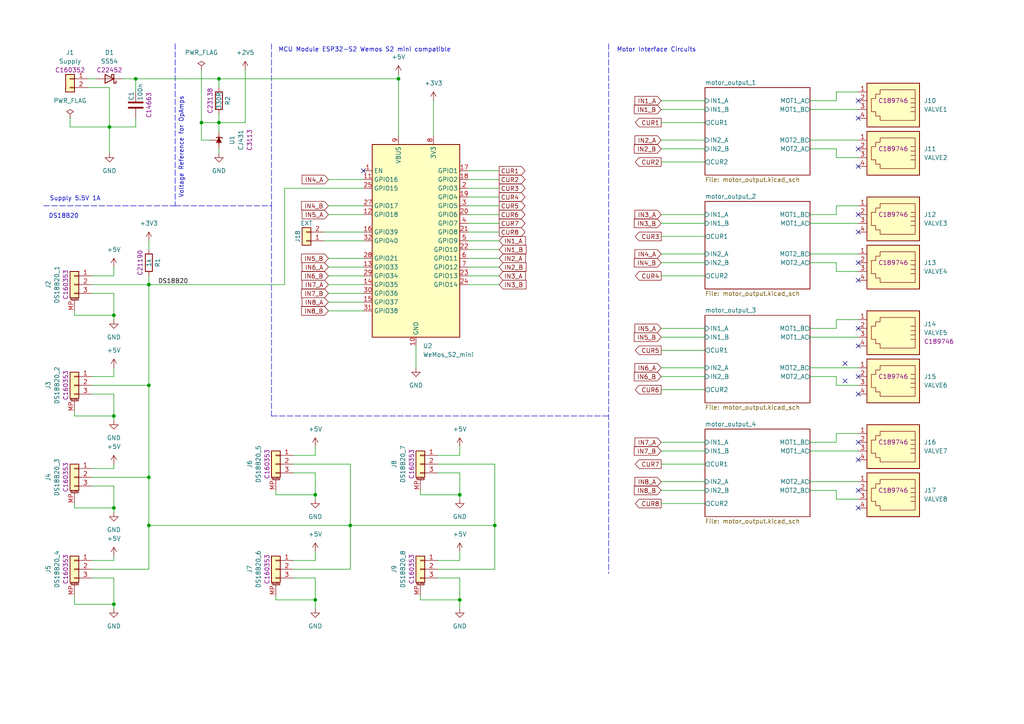
<source format=kicad_sch>
(kicad_sch (version 20211123) (generator eeschema)
  (paper "A4")
  (title_block (title "Floor Heating Controller S2") (date "2022-11-30") (rev "1"))
  (lib_symbols
    (symbol "Connector:4P4C" (pin_names (offset 1.016))
      (property "Reference" "J" (at -5.08 8.89 0))
      (property "Value" "4P4C" (at 2.54 8.89 0))
      (symbol "4P4C_0_1"
        (polyline (pts (xy -6.35 -0.635) (xy -5.08 -0.635) (xy -5.08 -0.635)))
        (polyline (pts (xy -6.35 0.635) (xy -5.08 0.635) (xy -5.08 0.635)))
        (polyline (pts (xy -6.35 1.905) (xy -5.08 1.905) (xy -5.08 1.905)))
        (polyline (pts (xy -6.35 3.175) (xy -5.08 3.175) (xy -5.08 3.175)))
        (polyline (pts (xy -6.35 -3.175) (xy -6.35 5.715) (xy -1.27 5.715) (xy 3.81 5.715) (xy 3.81 4.445) (xy 5.08 4.445) (xy 5.08 3.175) (xy 6.35 3.175) (xy 6.35 -0.635) (xy 5.08 -0.635) (xy 5.08 -1.905) (xy 3.81 -1.905) (xy 3.81 -3.175) (xy -6.35 -3.175) (xy -6.35 -3.175)))
        (rectangle (start 7.62 7.62) (end -7.62 -5.08) (stroke (width 0.254)) (fill (type background)))
      )
      (symbol "4P4C_1_1"
        (pin passive line (at 10.16 -2.54 180) (length 2.54) (name "~") (number "1"))
        (pin passive line (at 10.16 0 180) (length 2.54) (name "~") (number "2"))
        (pin passive line (at 10.16 2.54 180) (length 2.54) (name "~") (number "3"))
        (pin passive line (at 10.16 5.08 180) (length 2.54) (name "~") (number "4"))
      )
    )
    (symbol "Connector_Generic:Conn_01x02" (pin_names (offset 1.016) hide)
      (property "Reference" "J" (at 0 2.54 0))
      (property "Value" "Conn_01x02" (at 0 -5.08 0))
      (symbol "Conn_01x02_1_1"
        (rectangle (start -1.27 -2.413) (end 0 -2.667) (stroke (width 0.1524)))
        (rectangle (start -1.27 0.127) (end 0 -0.127) (stroke (width 0.1524)))
        (rectangle (start -1.27 1.27) (end 1.27 -3.81) (stroke (width 0.254)) (fill (type background)))
        (pin passive line (at -5.08 0 0) (length 3.81) (name "Pin_1") (number "1"))
        (pin passive line (at -5.08 -2.54 0) (length 3.81) (name "Pin_2") (number "2"))
      )
    )
    (symbol "Connector_Generic_MountingPin:Conn_01x03_MountingPin" (pin_names (offset 1.016) hide)
      (property "Reference" "J" (at 0 5.08 0))
      (property "Value" "Conn_01x03_MountingPin" (at 1.27 -5.08 0))
      (symbol "Conn_01x03_MountingPin_1_1"
        (rectangle (start -1.27 -2.413) (end 0 -2.667) (stroke (width 0.1524)))
        (rectangle (start -1.27 0.127) (end 0 -0.127) (stroke (width 0.1524)))
        (rectangle (start -1.27 2.667) (end 0 2.413) (stroke (width 0.1524)))
        (rectangle (start -1.27 3.81) (end 1.27 -3.81) (stroke (width 0.254)) (fill (type background)))
        (polyline (pts (xy -1.016 -4.572) (xy 1.016 -4.572)) (stroke (width 0.1524)))
        (text "Mounting" (at 0 -4.191 0) (effects (font (size 0.381 0.381))))
        (pin passive line (at -5.08 2.54 0) (length 3.81) (name "Pin_1") (number "1"))
        (pin passive line (at -5.08 0 0) (length 3.81) (name "Pin_2") (number "2"))
        (pin passive line (at -5.08 -2.54 0) (length 3.81) (name "Pin_3") (number "3"))
        (pin passive line (at 0 -7.62 90) (length 3.048) (name "MountPin") (number "MP"))
      )
    )
    (symbol "Device:C" (pin_numbers hide) (pin_names (offset 0.254))
      (property "Reference" "C" (at 0.635 2.54 0))
      (property "Value" "C" (at 0.635 -2.54 0))
      (symbol "C_0_1"
        (polyline (pts (xy -2.032 -0.762) (xy 2.032 -0.762)) (stroke (width 0.508)))
        (polyline (pts (xy -2.032 0.762) (xy 2.032 0.762)) (stroke (width 0.508)))
      )
      (symbol "C_1_1"
        (pin passive line (at 0 3.81 270) (length 2.794) (name "~") (number "1"))
        (pin passive line (at 0 -3.81 90) (length 2.794) (name "~") (number "2"))
      )
    )
    (symbol "Device:D_Schottky" (pin_numbers hide) (pin_names (offset 1.016) hide)
      (property "Reference" "D" (at 0 2.54 0))
      (property "Value" "D_Schottky" (at 0 -2.54 0))
      (symbol "D_Schottky_0_1"
        (polyline (pts (xy 1.27 0) (xy -1.27 0)))
        (polyline (pts (xy 1.27 1.27) (xy 1.27 -1.27) (xy -1.27 0) (xy 1.27 1.27)) (stroke (width 0.254)))
        (polyline (pts (xy -1.905 0.635) (xy -1.905 1.27) (xy -1.27 1.27) (xy -1.27 -1.27) (xy -0.635 -1.27) (xy -0.635 -0.635)) (stroke (width 0.254)))
      )
      (symbol "D_Schottky_1_1"
        (pin passive line (at -3.81 0 0) (length 2.54) (name "K") (number "1"))
        (pin passive line (at 3.81 0 180) (length 2.54) (name "A") (number "2"))
      )
    )
    (symbol "Device:R" (pin_numbers hide) (pin_names (offset 0))
      (property "Reference" "R" (at 2.032 0 90))
      (property "Value" "R" (at 0 0 90))
      (symbol "R_0_1"
        (rectangle (start -1.016 -2.54) (end 1.016 2.54) (stroke (width 0.254)))
      )
      (symbol "R_1_1"
        (pin passive line (at 0 3.81 270) (length 1.27) (name "~") (number "1"))
        (pin passive line (at 0 -3.81 90) (length 1.27) (name "~") (number "2"))
      )
    )
    (symbol "Reference_Voltage:TL431DBZ" (pin_numbers hide) (pin_names hide)
      (property "Reference" "U" (at -2.54 2.54 0))
      (property "Value" "TL431DBZ" (at 0 -2.54 0))
      (symbol "TL431DBZ_0_1"
        (polyline (pts (xy -1.27 0) (xy 0 0) (xy 1.27 0)))
        (polyline (pts (xy -0.762 0.762) (xy 0.762 0) (xy -0.762 -0.762)) (fill (type outline)))
        (polyline (pts (xy 0.508 -1.016) (xy 0.762 -0.762) (xy 0.762 0.762) (xy 0.762 0.762)) (stroke (width 0.254)))
      )
      (symbol "TL431DBZ_1_1"
        (pin passive line (at 2.54 0 180) (length 2.54) (name "K") (number "1"))
        (pin passive line (at 0 2.54 270) (length 2.54) (name "REF") (number "2"))
        (pin passive line (at -2.54 0 0) (length 2.54) (name "A") (number "3"))
      )
    )
    (symbol "WEMOS_S2_mini:WeMos_S2_mini"
      (property "Reference" "U" (at 2.54 -30.48 0))
      (property "Value" "WeMos_S2_mini" (at 2.54 -33.02 0))
      (symbol "WeMos_S2_mini_1_1"
        (rectangle (start -12.7 27.94) (end 12.7 -27.94) (stroke (width 0.254)) (fill (type background)))
        (pin input line (at -15.24 20.32 0) (length 2.54) (name "EN") (number "1"))
        (pin power_in line (at 0 -30.48 90) (length 2.54) (name "GND") (number "10"))
        (pin input line (at -15.24 17.78 0) (length 2.54) (name "XTAL_32K_N") (number "11") (alternate "GPIO16" bidirectional line))
        (pin output line (at -15.24 7.62 0) (length 2.54) (name "DAC_2") (number "12") (alternate "GPIO18" bidirectional line))
        (pin bidirectional line (at -15.24 -7.62 0) (length 2.54) (name "GPIO33") (number "13"))
        (pin bidirectional line (at -15.24 -12.7 0) (length 2.54) (name "GPIO35") (number "14"))
        (pin bidirectional line (at -15.24 -17.78 0) (length 2.54) (name "GPIO37") (number "15"))
        (pin output line (at -15.24 2.54 0) (length 2.54) (name "MTCK") (number "16") (alternate "GPIO39" bidirectional line))
        (pin bidirectional line (at 15.24 20.32 180) (length 2.54) (name "GPIO1") (number "17"))
        (pin bidirectional line (at 15.24 17.78 180) (length 2.54) (name "GPIO2") (number "18"))
        (pin bidirectional line (at 15.24 12.7 180) (length 2.54) (name "GPIO4") (number "19"))
        (pin bidirectional line (at 15.24 15.24 180) (length 2.54) (name "GPIO3") (number "2"))
        (pin bidirectional line (at 15.24 7.62 180) (length 2.54) (name "GPIO6") (number "20"))
        (pin bidirectional line (at 15.24 2.54 180) (length 2.54) (name "GPIO8") (number "21"))
        (pin bidirectional line (at 15.24 -2.54 180) (length 2.54) (name "GPIO10") (number "22"))
        (pin bidirectional line (at 15.24 -10.16 180) (length 2.54) (name "GPIO13") (number "23"))
        (pin bidirectional line (at 15.24 -12.7 180) (length 2.54) (name "GPIO14") (number "24"))
        (pin output line (at -15.24 15.24 0) (length 2.54) (name "XTAL_32K_P") (number "25") (alternate "GPIO15" bidirectional line))
        (pin passive line (at 0 -30.48 90) (length 2.54) hide (name "GND") (number "26"))
        (pin output line (at -15.24 10.16 0) (length 2.54) (name "DAC_1") (number "27") (alternate "GPIO17" bidirectional line))
        (pin bidirectional line (at -15.24 -5.08 0) (length 2.54) (name "GPIO21") (number "28"))
        (pin bidirectional line (at -15.24 -10.16 0) (length 2.54) (name "GPIO34") (number "29"))
        (pin bidirectional line (at 15.24 10.16 180) (length 2.54) (name "GPIO5") (number "3"))
        (pin bidirectional line (at -15.24 -15.24 0) (length 2.54) (name "GPIO36") (number "30"))
        (pin bidirectional line (at -15.24 -20.32 0) (length 2.54) (name "GPIO38") (number "31"))
        (pin output line (at -15.24 0 0) (length 2.54) (name "MTDO") (number "32") (alternate "GPIO40" bidirectional line))
        (pin bidirectional line (at 15.24 5.08 180) (length 2.54) (name "GPIO7") (number "4"))
        (pin bidirectional line (at 15.24 0 180) (length 2.54) (name "GPIO9") (number "5"))
        (pin bidirectional line (at 15.24 -5.08 180) (length 2.54) (name "GPIO11") (number "6"))
        (pin bidirectional line (at 15.24 -7.62 180) (length 2.54) (name "GPIO12") (number "7"))
        (pin power_out line (at 5.08 30.48 270) (length 2.54) (name "3V3") (number "8"))
        (pin power_out line (at -5.08 30.48 270) (length 2.54) (name "VBUS") (number "9"))
      )
    )
    (symbol "power:+2V5" (power) (pin_names (offset 0))
      (property "Value" "+2V5" (at 0 3.556 0))
      (symbol "+2V5_0_1"
        (polyline (pts (xy -0.762 1.27) (xy 0 2.54)))
        (polyline (pts (xy 0 0) (xy 0 2.54)))
        (polyline (pts (xy 0 2.54) (xy 0.762 1.27)))
      )
      (symbol "+2V5_1_1"
        (pin power_in line (at 0 0 90) (length 0) hide (name "+2V5") (number "1"))
      )
    )
    (symbol "power:+3V3" (power) (pin_names (offset 0))
      (property "Value" "+3V3" (at 0 3.556 0))
      (symbol "+3V3_0_1"
        (polyline (pts (xy -0.762 1.27) (xy 0 2.54)))
        (polyline (pts (xy 0 0) (xy 0 2.54)))
        (polyline (pts (xy 0 2.54) (xy 0.762 1.27)))
      )
      (symbol "+3V3_1_1"
        (pin power_in line (at 0 0 90) (length 0) hide (name "+3V3") (number "1"))
      )
    )
    (symbol "power:+5V" (power) (pin_names (offset 0))
      (property "Value" "+5V" (at 0 3.556 0))
      (symbol "+5V_0_1"
        (polyline (pts (xy -0.762 1.27) (xy 0 2.54)))
        (polyline (pts (xy 0 0) (xy 0 2.54)))
        (polyline (pts (xy 0 2.54) (xy 0.762 1.27)))
      )
      (symbol "+5V_1_1"
        (pin power_in line (at 0 0 90) (length 0) hide (name "+5V") (number "1"))
      )
    )
    (symbol "power:GND" (power) (pin_names (offset 0))
      (property "Value" "GND" (at 0 -3.81 0))
      (symbol "GND_0_1"
        (polyline (pts (xy 0 0) (xy 0 -1.27) (xy 1.27 -1.27) (xy 0 -2.54) (xy -1.27 -1.27) (xy 0 -1.27)))
      )
      (symbol "GND_1_1"
        (pin power_in line (at 0 0 270) (length 0) hide (name "GND") (number "1"))
      )
    )
    (symbol "power:PWR_FLAG" (power) (pin_numbers hide) (pin_names (offset 0) hide)
      (property "Value" "PWR_FLAG" (at 0 3.81 0))
      (symbol "PWR_FLAG_0_0"
        (pin power_out line (at 0 0 90) (length 0) (name "pwr") (number "1"))
      )
      (symbol "PWR_FLAG_0_1"
        (polyline (pts (xy 0 0) (xy 0 1.27) (xy -1.016 1.905) (xy 0 2.54) (xy 1.016 1.905) (xy 0 1.27)))
      )
    )
  )
  (junction (at 63.5 35.56))
  (junction (at 43.18 152.4))
  (junction (at 33.02 175.26))
  (junction (at 91.44 143.51))
  (junction (at 133.35 143.51))
  (junction (at 91.44 173.99))
  (junction (at 143.51 152.4))
  (junction (at 39.37 22.86))
  (junction (at 33.02 120.65))
  (junction (at 31.75 36.83))
  (junction (at 33.02 147.32))
  (junction (at 33.02 91.44))
  (junction (at 43.18 138.43))
  (junction (at 101.6 152.4))
  (junction (at 58.42 35.56))
  (junction (at 115.57 22.86))
  (junction (at 43.18 111.76))
  (junction (at 63.5 22.86))
  (junction (at 43.18 82.55))
  (junction (at 133.35 173.99))
  (no_connect (at 248.92 62.23))
  (no_connect (at 248.92 67.31))
  (no_connect (at 248.92 76.2))
  (no_connect (at 248.92 34.29))
  (no_connect (at 248.92 95.25))
  (no_connect (at 248.92 147.32))
  (no_connect (at 248.92 114.3))
  (no_connect (at 248.92 142.24))
  (no_connect (at 248.92 81.28))
  (no_connect (at 245.11 110.49))
  (no_connect (at 105.41 49.53))
  (no_connect (at 248.92 109.22))
  (no_connect (at 248.92 133.35))
  (no_connect (at 245.11 105.41))
  (no_connect (at 248.92 29.21))
  (no_connect (at 248.92 43.18))
  (no_connect (at 248.92 100.33))
  (no_connect (at 248.92 48.26))
  (no_connect (at 248.92 128.27))
  (wire (pts (xy 33.02 77.47) (xy 33.02 80.01)))
  (wire (pts (xy 191.77 73.66) (xy 204.47 73.66)))
  (wire (pts (xy 242.57 45.72) (xy 248.92 45.72)))
  (wire (pts (xy 133.35 137.16) (xy 133.35 143.51)))
  (wire (pts (xy 80.01 172.72) (xy 80.01 173.99)))
  (wire (pts (xy 242.57 29.21) (xy 242.57 26.67)))
  (wire (pts (xy 91.44 132.08) (xy 85.09 132.08)))
  (wire (pts (xy 95.25 59.69) (xy 105.41 59.69)))
  (wire (pts (xy 234.95 106.68) (xy 248.92 106.68)))
  (wire (pts (xy 127 167.64) (xy 133.35 167.64)))
  (wire (pts (xy 234.95 97.79) (xy 248.92 97.79)))
  (wire (pts (xy 234.95 142.24) (xy 242.57 142.24)))
  (wire (pts (xy 143.51 152.4) (xy 143.51 165.1)))
  (wire (pts (xy 95.25 90.17) (xy 105.41 90.17)))
  (wire (pts (xy 234.95 139.7) (xy 248.92 139.7)))
  (polyline (pts (xy 50.8 59.69) (xy 78.74 59.69)))
  (wire (pts (xy 242.57 111.76) (xy 248.92 111.76)))
  (wire (pts (xy 135.89 69.85) (xy 144.78 69.85)))
  (wire (pts (xy 33.02 162.56) (xy 26.67 162.56)))
  (wire (pts (xy 33.02 167.64) (xy 33.02 175.26)))
  (wire (pts (xy 191.77 97.79) (xy 204.47 97.79)))
  (wire (pts (xy 80.01 143.51) (xy 91.44 143.51)))
  (wire (pts (xy 85.09 167.64) (xy 91.44 167.64)))
  (wire (pts (xy 101.6 152.4) (xy 143.51 152.4)))
  (wire (pts (xy 21.59 146.05) (xy 21.59 147.32)))
  (wire (pts (xy 63.5 33.02) (xy 63.5 35.56)))
  (wire (pts (xy 234.95 43.18) (xy 242.57 43.18)))
  (wire (pts (xy 31.75 36.83) (xy 39.37 36.83)))
  (wire (pts (xy 33.02 140.97) (xy 33.02 147.32)))
  (wire (pts (xy 21.59 120.65) (xy 33.02 120.65)))
  (wire (pts (xy 234.95 130.81) (xy 248.92 130.81)))
  (wire (pts (xy 135.89 54.61) (xy 144.78 54.61)))
  (wire (pts (xy 191.77 76.2) (xy 204.47 76.2)))
  (wire (pts (xy 33.02 109.22) (xy 26.67 109.22)))
  (wire (pts (xy 121.92 173.99) (xy 133.35 173.99)))
  (wire (pts (xy 101.6 134.62) (xy 101.6 152.4)))
  (wire (pts (xy 21.59 175.26) (xy 33.02 175.26)))
  (wire (pts (xy 191.77 113.03) (xy 204.47 113.03)))
  (wire (pts (xy 91.44 167.64) (xy 91.44 173.99)))
  (wire (pts (xy 80.01 142.24) (xy 80.01 143.51)))
  (wire (pts (xy 242.57 125.73) (xy 248.92 125.73)))
  (wire (pts (xy 191.77 130.81) (xy 204.47 130.81)))
  (wire (pts (xy 191.77 142.24) (xy 204.47 142.24)))
  (wire (pts (xy 82.55 82.55) (xy 82.55 54.61)))
  (wire (pts (xy 26.67 140.97) (xy 33.02 140.97)))
  (wire (pts (xy 31.75 36.83) (xy 31.75 44.45)))
  (wire (pts (xy 43.18 138.43) (xy 43.18 152.4)))
  (wire (pts (xy 234.95 128.27) (xy 242.57 128.27)))
  (wire (pts (xy 127 137.16) (xy 133.35 137.16)))
  (wire (pts (xy 242.57 144.78) (xy 248.92 144.78)))
  (polyline (pts (xy 78.74 59.69) (xy 78.74 120.65)))
  (wire (pts (xy 31.75 25.4) (xy 31.75 36.83)))
  (wire (pts (xy 25.4 22.86) (xy 27.94 22.86)))
  (wire (pts (xy 43.18 80.01) (xy 43.18 82.55)))
  (wire (pts (xy 191.77 31.75) (xy 204.47 31.75)))
  (wire (pts (xy 242.57 142.24) (xy 242.57 144.78)))
  (wire (pts (xy 33.02 85.09) (xy 33.02 91.44)))
  (wire (pts (xy 191.77 80.01) (xy 204.47 80.01)))
  (wire (pts (xy 191.77 46.99) (xy 204.47 46.99)))
  (wire (pts (xy 33.02 134.62) (xy 33.02 135.89)))
  (wire (pts (xy 191.77 68.58) (xy 204.47 68.58)))
  (wire (pts (xy 191.77 35.56) (xy 204.47 35.56)))
  (wire (pts (xy 95.25 80.01) (xy 105.41 80.01)))
  (wire (pts (xy 26.67 165.1) (xy 43.18 165.1)))
  (wire (pts (xy 95.25 52.07) (xy 105.41 52.07)))
  (wire (pts (xy 234.95 40.64) (xy 248.92 40.64)))
  (wire (pts (xy 95.25 87.63) (xy 105.41 87.63)))
  (wire (pts (xy 191.77 128.27) (xy 204.47 128.27)))
  (wire (pts (xy 39.37 36.83) (xy 39.37 34.29)))
  (wire (pts (xy 135.89 67.31) (xy 144.78 67.31)))
  (wire (pts (xy 143.51 134.62) (xy 143.51 152.4)))
  (wire (pts (xy 234.95 95.25) (xy 242.57 95.25)))
  (polyline (pts (xy 50.8 12.7) (xy 50.8 59.69)))
  (wire (pts (xy 85.09 134.62) (xy 101.6 134.62)))
  (wire (pts (xy 135.89 64.77) (xy 144.78 64.77)))
  (wire (pts (xy 33.02 91.44) (xy 33.02 92.71)))
  (wire (pts (xy 242.57 95.25) (xy 242.57 92.71)))
  (polyline (pts (xy 12.7 59.69) (xy 50.8 59.69)))
  (wire (pts (xy 35.56 22.86) (xy 39.37 22.86)))
  (wire (pts (xy 91.44 173.99) (xy 91.44 176.53)))
  (wire (pts (xy 242.57 26.67) (xy 248.92 26.67)))
  (wire (pts (xy 82.55 54.61) (xy 105.41 54.61)))
  (wire (pts (xy 26.67 111.76) (xy 43.18 111.76)))
  (wire (pts (xy 191.77 43.18) (xy 204.47 43.18)))
  (wire (pts (xy 21.59 172.72) (xy 21.59 175.26)))
  (wire (pts (xy 21.59 147.32) (xy 33.02 147.32)))
  (wire (pts (xy 33.02 106.68) (xy 33.02 109.22)))
  (wire (pts (xy 26.67 114.3) (xy 33.02 114.3)))
  (wire (pts (xy 33.02 175.26) (xy 33.02 176.53)))
  (wire (pts (xy 33.02 135.89) (xy 26.67 135.89)))
  (wire (pts (xy 191.77 62.23) (xy 204.47 62.23)))
  (wire (pts (xy 135.89 72.39) (xy 144.78 72.39)))
  (wire (pts (xy 133.35 167.64) (xy 133.35 173.99)))
  (wire (pts (xy 121.92 172.72) (xy 121.92 173.99)))
  (wire (pts (xy 39.37 22.86) (xy 39.37 26.67)))
  (wire (pts (xy 85.09 165.1) (xy 101.6 165.1)))
  (wire (pts (xy 191.77 101.6) (xy 204.47 101.6)))
  (wire (pts (xy 242.57 59.69) (xy 248.92 59.69)))
  (wire (pts (xy 121.92 142.24) (xy 121.92 143.51)))
  (wire (pts (xy 133.35 143.51) (xy 133.35 144.78)))
  (wire (pts (xy 191.77 134.62) (xy 204.47 134.62)))
  (wire (pts (xy 191.77 40.64) (xy 204.47 40.64)))
  (wire (pts (xy 95.25 62.23) (xy 105.41 62.23)))
  (wire (pts (xy 63.5 22.86) (xy 115.57 22.86)))
  (wire (pts (xy 25.4 25.4) (xy 31.75 25.4)))
  (wire (pts (xy 234.95 76.2) (xy 242.57 76.2)))
  (wire (pts (xy 135.89 82.55) (xy 144.78 82.55)))
  (wire (pts (xy 33.02 121.92) (xy 33.02 120.65)))
  (wire (pts (xy 133.35 160.02) (xy 133.35 162.56)))
  (wire (pts (xy 93.98 67.31) (xy 105.41 67.31)))
  (polyline (pts (xy 78.74 120.65) (xy 176.53 120.65)))
  (wire (pts (xy 127 165.1) (xy 143.51 165.1)))
  (wire (pts (xy 242.57 78.74) (xy 248.92 78.74)))
  (wire (pts (xy 63.5 35.56) (xy 71.12 35.56)))
  (wire (pts (xy 58.42 20.32) (xy 58.42 35.56)))
  (wire (pts (xy 191.77 109.22) (xy 204.47 109.22)))
  (wire (pts (xy 120.65 100.33) (xy 120.65 106.68)))
  (wire (pts (xy 63.5 43.18) (xy 63.5 44.45)))
  (polyline (pts (xy 176.53 12.7) (xy 176.53 166.37)))
  (wire (pts (xy 21.59 119.38) (xy 21.59 120.65)))
  (wire (pts (xy 31.75 36.83) (xy 20.32 36.83)))
  (wire (pts (xy 121.92 143.51) (xy 133.35 143.51)))
  (wire (pts (xy 21.59 90.17) (xy 21.59 91.44)))
  (wire (pts (xy 33.02 147.32) (xy 33.02 148.59)))
  (wire (pts (xy 191.77 29.21) (xy 204.47 29.21)))
  (wire (pts (xy 91.44 137.16) (xy 91.44 143.51)))
  (wire (pts (xy 242.57 76.2) (xy 242.57 78.74)))
  (wire (pts (xy 127 134.62) (xy 143.51 134.62)))
  (wire (pts (xy 234.95 62.23) (xy 242.57 62.23)))
  (wire (pts (xy 115.57 21.59) (xy 115.57 22.86)))
  (wire (pts (xy 125.73 29.21) (xy 125.73 39.37)))
  (wire (pts (xy 58.42 35.56) (xy 63.5 35.56)))
  (wire (pts (xy 43.18 111.76) (xy 43.18 138.43)))
  (wire (pts (xy 43.18 82.55) (xy 43.18 111.76)))
  (wire (pts (xy 135.89 52.07) (xy 144.78 52.07)))
  (wire (pts (xy 242.57 43.18) (xy 242.57 45.72)))
  (wire (pts (xy 33.02 80.01) (xy 26.67 80.01)))
  (wire (pts (xy 39.37 22.86) (xy 63.5 22.86)))
  (wire (pts (xy 191.77 146.05) (xy 204.47 146.05)))
  (wire (pts (xy 43.18 82.55) (xy 82.55 82.55)))
  (wire (pts (xy 63.5 22.86) (xy 63.5 25.4)))
  (wire (pts (xy 133.35 132.08) (xy 127 132.08)))
  (wire (pts (xy 43.18 152.4) (xy 43.18 165.1)))
  (wire (pts (xy 43.18 152.4) (xy 101.6 152.4)))
  (wire (pts (xy 115.57 22.86) (xy 115.57 39.37)))
  (polyline (pts (xy 78.74 12.7) (xy 78.74 59.69)))
  (wire (pts (xy 60.96 40.64) (xy 58.42 40.64)))
  (wire (pts (xy 85.09 137.16) (xy 91.44 137.16)))
  (wire (pts (xy 234.95 64.77) (xy 248.92 64.77)))
  (wire (pts (xy 95.25 74.93) (xy 105.41 74.93)))
  (wire (pts (xy 191.77 106.68) (xy 204.47 106.68)))
  (wire (pts (xy 242.57 62.23) (xy 242.57 59.69)))
  (wire (pts (xy 191.77 64.77) (xy 204.47 64.77)))
  (wire (pts (xy 191.77 95.25) (xy 204.47 95.25)))
  (wire (pts (xy 26.67 138.43) (xy 43.18 138.43)))
  (wire (pts (xy 135.89 74.93) (xy 144.78 74.93)))
  (wire (pts (xy 135.89 59.69) (xy 144.78 59.69)))
  (wire (pts (xy 234.95 31.75) (xy 248.92 31.75)))
  (wire (pts (xy 43.18 69.85) (xy 43.18 72.39)))
  (wire (pts (xy 26.67 82.55) (xy 43.18 82.55)))
  (wire (pts (xy 191.77 139.7) (xy 204.47 139.7)))
  (wire (pts (xy 242.57 92.71) (xy 248.92 92.71)))
  (wire (pts (xy 95.25 85.09) (xy 105.41 85.09)))
  (wire (pts (xy 133.35 173.99) (xy 133.35 176.53)))
  (wire (pts (xy 20.32 36.83) (xy 20.32 34.29)))
  (wire (pts (xy 242.57 128.27) (xy 242.57 125.73)))
  (wire (pts (xy 242.57 109.22) (xy 242.57 111.76)))
  (wire (pts (xy 91.44 162.56) (xy 85.09 162.56)))
  (wire (pts (xy 135.89 77.47) (xy 144.78 77.47)))
  (wire (pts (xy 101.6 152.4) (xy 101.6 165.1)))
  (wire (pts (xy 135.89 49.53) (xy 144.78 49.53)))
  (wire (pts (xy 21.59 91.44) (xy 33.02 91.44)))
  (wire (pts (xy 26.67 85.09) (xy 33.02 85.09)))
  (wire (pts (xy 63.5 35.56) (xy 63.5 38.1)))
  (wire (pts (xy 133.35 129.54) (xy 133.35 132.08)))
  (wire (pts (xy 58.42 40.64) (xy 58.42 35.56)))
  (wire (pts (xy 234.95 29.21) (xy 242.57 29.21)))
  (wire (pts (xy 95.25 77.47) (xy 105.41 77.47)))
  (wire (pts (xy 33.02 161.29) (xy 33.02 162.56)))
  (wire (pts (xy 71.12 35.56) (xy 71.12 20.32)))
  (wire (pts (xy 93.98 69.85) (xy 105.41 69.85)))
  (wire (pts (xy 133.35 162.56) (xy 127 162.56)))
  (wire (pts (xy 135.89 57.15) (xy 144.78 57.15)))
  (wire (pts (xy 33.02 114.3) (xy 33.02 120.65)))
  (wire (pts (xy 135.89 80.01) (xy 144.78 80.01)))
  (wire (pts (xy 234.95 73.66) (xy 248.92 73.66)))
  (wire (pts (xy 91.44 129.54) (xy 91.44 132.08)))
  (wire (pts (xy 80.01 173.99) (xy 91.44 173.99)))
  (wire (pts (xy 234.95 109.22) (xy 242.57 109.22)))
  (wire (pts (xy 91.44 160.02) (xy 91.44 162.56)))
  (wire (pts (xy 95.25 82.55) (xy 105.41 82.55)))
  (wire (pts (xy 135.89 62.23) (xy 144.78 62.23)))
  (wire (pts (xy 26.67 167.64) (xy 33.02 167.64)))
  (wire (pts (xy 91.44 143.51) (xy 91.44 144.78)))
  (text "MCU Module ESP32-S2 Wemos S2 mini compatible" (at 130.81 15.24 180) (effects (font (size 1.27 1.27)) (justify right bottom)))
  (text "Voltage Reference for OpAmps" (at 53.34 27.94 270) (effects (font (size 1.27 1.27)) (justify right bottom)))
  (text "DS18B20" (at 22.86 63.5 180) (effects (font (size 1.27 1.27)) (justify right bottom)))
  (text "Motor Interface Circuits" (at 201.93 15.24 180) (effects (font (size 1.27 1.27)) (justify right bottom)))
  (text "Supply 5.5V 1A" (at 29.21 58.42 180) (effects (font (size 1.27 1.27)) (justify right bottom)))
  (label "DS18B20" (at 54.61 82.55 180))
  (global_label "IN2_A" (shape input) (at 191.77 40.64 180) (property "Intersheet References" "${INTERSHEET_REFS}" (effects hide)))
  (global_label "IN1_B" (shape input) (at 144.78 72.39 0) (property "Intersheet References" "${INTERSHEET_REFS}" (effects hide)))
  (global_label "CUR8" (shape output) (at 144.78 67.31 0) (property "Intersheet References" "${INTERSHEET_REFS}" (effects hide)))
  (global_label "IN8_A" (shape input) (at 95.25 87.63 180) (property "Intersheet References" "${INTERSHEET_REFS}" (effects hide)))
  (global_label "IN1_B" (shape input) (at 191.77 31.75 180) (property "Intersheet References" "${INTERSHEET_REFS}" (effects hide)))
  (global_label "IN6_B" (shape input) (at 191.77 109.22 180) (property "Intersheet References" "${INTERSHEET_REFS}" (effects hide)))
  (global_label "CUR6" (shape output) (at 191.77 113.03 180) (property "Intersheet References" "${INTERSHEET_REFS}" (effects hide)))
  (global_label "IN3_B" (shape input) (at 144.78 82.55 0) (property "Intersheet References" "${INTERSHEET_REFS}" (effects hide)))
  (global_label "IN3_A" (shape input) (at 144.78 80.01 0) (property "Intersheet References" "${INTERSHEET_REFS}" (effects hide)))
  (global_label "IN8_A" (shape input) (at 191.77 139.7 180) (property "Intersheet References" "${INTERSHEET_REFS}" (effects hide)))
  (global_label "CUR1" (shape output) (at 144.78 49.53 0) (property "Intersheet References" "${INTERSHEET_REFS}" (effects hide)))
  (global_label "IN6_A" (shape input) (at 191.77 106.68 180) (property "Intersheet References" "${INTERSHEET_REFS}" (effects hide)))
  (global_label "IN4_B" (shape input) (at 191.77 76.2 180) (property "Intersheet References" "${INTERSHEET_REFS}" (effects hide)))
  (global_label "IN1_A" (shape input) (at 144.78 69.85 0) (property "Intersheet References" "${INTERSHEET_REFS}" (effects hide)))
  (global_label "IN5_A" (shape input) (at 95.25 62.23 180) (property "Intersheet References" "${INTERSHEET_REFS}" (effects hide)))
  (global_label "IN7_B" (shape input) (at 95.25 85.09 180) (property "Intersheet References" "${INTERSHEET_REFS}" (effects hide)))
  (global_label "IN7_A" (shape input) (at 191.77 128.27 180) (property "Intersheet References" "${INTERSHEET_REFS}" (effects hide)))
  (global_label "IN5_A" (shape input) (at 191.77 95.25 180) (property "Intersheet References" "${INTERSHEET_REFS}" (effects hide)))
  (global_label "IN3_A" (shape input) (at 191.77 62.23 180) (property "Intersheet References" "${INTERSHEET_REFS}" (effects hide)))
  (global_label "IN2_B" (shape input) (at 144.78 77.47 0) (property "Intersheet References" "${INTERSHEET_REFS}" (effects hide)))
  (global_label "IN5_B" (shape input) (at 95.25 74.93 180) (property "Intersheet References" "${INTERSHEET_REFS}" (effects hide)))
  (global_label "IN8_B" (shape input) (at 191.77 142.24 180) (property "Intersheet References" "${INTERSHEET_REFS}" (effects hide)))
  (global_label "IN6_A" (shape input) (at 95.25 77.47 180) (property "Intersheet References" "${INTERSHEET_REFS}" (effects hide)))
  (global_label "CUR8" (shape output) (at 191.77 146.05 180) (property "Intersheet References" "${INTERSHEET_REFS}" (effects hide)))
  (global_label "CUR7" (shape output) (at 191.77 134.62 180) (property "Intersheet References" "${INTERSHEET_REFS}" (effects hide)))
  (global_label "IN2_A" (shape input) (at 144.78 74.93 0) (property "Intersheet References" "${INTERSHEET_REFS}" (effects hide)))
  (global_label "IN5_B" (shape input) (at 191.77 97.79 180) (property "Intersheet References" "${INTERSHEET_REFS}" (effects hide)))
  (global_label "IN4_B" (shape input) (at 95.25 59.69 180) (property "Intersheet References" "${INTERSHEET_REFS}" (effects hide)))
  (global_label "IN2_B" (shape input) (at 191.77 43.18 180) (property "Intersheet References" "${INTERSHEET_REFS}" (effects hide)))
  (global_label "CUR6" (shape output) (at 144.78 62.23 0) (property "Intersheet References" "${INTERSHEET_REFS}" (effects hide)))
  (global_label "CUR3" (shape output) (at 191.77 68.58 180) (property "Intersheet References" "${INTERSHEET_REFS}" (effects hide)))
  (global_label "CUR2" (shape output) (at 144.78 52.07 0) (property "Intersheet References" "${INTERSHEET_REFS}" (effects hide)))
  (global_label "CUR5" (shape output) (at 144.78 59.69 0) (property "Intersheet References" "${INTERSHEET_REFS}" (effects hide)))
  (global_label "IN7_B" (shape input) (at 191.77 130.81 180) (property "Intersheet References" "${INTERSHEET_REFS}" (effects hide)))
  (global_label "IN3_B" (shape input) (at 191.77 64.77 180) (property "Intersheet References" "${INTERSHEET_REFS}" (effects hide)))
  (global_label "CUR1" (shape output) (at 191.77 35.56 180) (property "Intersheet References" "${INTERSHEET_REFS}" (effects hide)))
  (global_label "CUR7" (shape output) (at 144.78 64.77 0) (property "Intersheet References" "${INTERSHEET_REFS}" (effects hide)))
  (global_label "IN6_B" (shape input) (at 95.25 80.01 180) (property "Intersheet References" "${INTERSHEET_REFS}" (effects hide)))
  (global_label "IN1_A" (shape input) (at 191.77 29.21 180) (property "Intersheet References" "${INTERSHEET_REFS}" (effects hide)))
  (global_label "CUR5" (shape output) (at 191.77 101.6 180) (property "Intersheet References" "${INTERSHEET_REFS}" (effects hide)))
  (global_label "IN4_A" (shape input) (at 95.25 52.07 180) (property "Intersheet References" "${INTERSHEET_REFS}" (effects hide)))
  (global_label "CUR4" (shape output) (at 144.78 57.15 0) (property "Intersheet References" "${INTERSHEET_REFS}" (effects hide)))
  (global_label "CUR2" (shape output) (at 191.77 46.99 180) (property "Intersheet References" "${INTERSHEET_REFS}" (effects hide)))
  (global_label "IN8_B" (shape input) (at 95.25 90.17 180) (property "Intersheet References" "${INTERSHEET_REFS}" (effects hide)))
  (global_label "IN7_A" (shape input) (at 95.25 82.55 180) (property "Intersheet References" "${INTERSHEET_REFS}" (effects hide)))
  (global_label "CUR3" (shape output) (at 144.78 54.61 0) (property "Intersheet References" "${INTERSHEET_REFS}" (effects hide)))
  (global_label "CUR4" (shape output) (at 191.77 80.01 180) (property "Intersheet References" "${INTERSHEET_REFS}" (effects hide)))
  (global_label "IN4_A" (shape input) (at 191.77 73.66 180) (property "Intersheet References" "${INTERSHEET_REFS}" (effects hide)))
  (symbol (lib_id "power:PWR_FLAG") (at 20.32 34.29 0) (unit 1)
    (property "Reference" "#FLG0103" (effects hide))
    (property "Value" "PWR_FLAG" (at 20.32 29.21 0))
  )
  (symbol (lib_id "power:+5V") (at 133.35 129.54 0) (unit 1)
    (property "Reference" "#PWR020" (effects hide))
    (property "Value" "+5V" (at 133.35 124.46 0))
  )
  (symbol (lib_id "Connector:4P4C") (at 259.08 142.24 180) (unit 1)
    (property "Reference" "J17" (at 267.97 142.2399 0) (effects (justify right)))
    (property "Value" "VALVE8" (at 267.97 144.7799 0) (effects (justify right)))
    (property "Footprint" "Connector_RJ:RJ14_Connfly_DS1133-S4_Horizontal" (effects hide))
    (property "JLCPCB" "C189746" (at 259.08 142.24 0))
  )
  (symbol (lib_id "Connector_Generic_MountingPin:Conn_01x03_MountingPin") (at 21.59 138.43 0) (mirror y) (unit 1)
    (property "Reference" "J4" (at 13.97 138.43 90))
    (property "Value" "DS18B20_3" (at 16.51 138.43 90))
    (property "Footprint" "Connector_JST:JST_PH_B3B-PH-SM4-TB_1x03-1MP_P2.00mm_Vertical" (effects hide))
    (property "JLCPCB" "C160353" (at 19.05 138.43 90))
  )
  (symbol (lib_id "Connector_Generic_MountingPin:Conn_01x03_MountingPin") (at 121.92 134.62 0) (mirror y) (unit 1)
    (property "Reference" "J8" (at 114.3 134.62 90))
    (property "Value" "DS18B20_7" (at 116.84 134.62 90))
    (property "Footprint" "Connector_JST:JST_PH_B3B-PH-SM4-TB_1x03-1MP_P2.00mm_Vertical" (effects hide))
    (property "JLCPCB" "C160353" (at 119.38 134.62 90))
  )
  (symbol (lib_id "power:GND") (at 33.02 92.71 0) (unit 1)
    (property "Reference" "#PWR03" (effects hide))
    (property "Value" "GND" (at 33.02 97.79 0))
  )
  (symbol (lib_id "power:+5V") (at 33.02 161.29 0) (unit 1)
    (property "Reference" "#PWR08" (effects hide))
    (property "Value" "+5V" (at 33.02 156.21 0))
  )
  (symbol (lib_id "Connector:4P4C") (at 259.08 62.23 180) (unit 1)
    (property "Reference" "J12" (at 267.97 62.2299 0) (effects (justify right)))
    (property "Value" "VALVE3" (at 267.97 64.7699 0) (effects (justify right)))
    (property "Footprint" "Connector_RJ:RJ14_Connfly_DS1133-S4_Horizontal" (effects hide))
    (property "JLCPCB" "C189746" (at 259.08 62.23 0))
  )
  (symbol (lib_id "power:GND") (at 133.35 144.78 0) (unit 1)
    (property "Reference" "#PWR021" (effects hide))
    (property "Value" "GND" (at 133.35 149.86 0))
  )
  (symbol (lib_id "power:PWR_FLAG") (at 58.42 20.32 0) (unit 1)
    (property "Reference" "#FLG0104" (effects hide))
    (property "Value" "PWR_FLAG" (at 58.42 15.24 0))
  )
  (symbol (lib_id "Connector_Generic_MountingPin:Conn_01x03_MountingPin") (at 80.01 165.1 0) (mirror y) (unit 1)
    (property "Reference" "J7" (at 72.39 165.1 90))
    (property "Value" "DS18B20_6" (at 74.93 165.1 90))
    (property "Footprint" "Connector_JST:JST_PH_B3B-PH-SM4-TB_1x03-1MP_P2.00mm_Vertical" (effects hide))
    (property "JLCPCB" "C160353" (at 77.47 165.1 90))
  )
  (symbol (lib_id "power:GND") (at 31.75 44.45 0) (unit 1)
    (property "Reference" "#PWR01" (effects hide))
    (property "Value" "GND" (at 31.75 49.53 0))
  )
  (symbol (lib_id "power:+5V") (at 115.57 21.59 0) (unit 1)
    (property "Reference" "#PWR017" (effects hide))
    (property "Value" "+5V" (at 115.57 16.51 0))
  )
  (symbol (lib_id "power:GND") (at 33.02 176.53 0) (unit 1)
    (property "Reference" "#PWR09" (effects hide))
    (property "Value" "GND" (at 33.02 181.61 0))
  )
  (symbol (lib_id "power:+3V3") (at 125.73 29.21 0) (unit 1)
    (property "Reference" "#PWR019" (effects hide))
    (property "Value" "+3V3" (at 125.73 24.13 0))
  )
  (symbol (lib_id "Connector:4P4C") (at 259.08 76.2 180) (unit 1)
    (property "Reference" "J13" (at 267.97 76.1999 0) (effects (justify right)))
    (property "Value" "VALVE4" (at 267.97 78.7399 0) (effects (justify right)))
    (property "Footprint" "Connector_RJ:RJ14_Connfly_DS1133-S4_Horizontal" (effects hide))
    (property "JLCPCB" "C189746" (at 259.08 76.2 0))
  )
  (symbol (lib_id "power:GND") (at 91.44 144.78 0) (unit 1)
    (property "Reference" "#PWR014" (effects hide))
    (property "Value" "GND" (at 91.44 149.86 0))
  )
  (symbol (lib_id "power:+5V") (at 91.44 129.54 0) (unit 1)
    (property "Reference" "#PWR013" (effects hide))
    (property "Value" "+5V" (at 91.44 124.46 0))
  )
  (symbol (lib_id "Connector_Generic_MountingPin:Conn_01x03_MountingPin") (at 80.01 134.62 0) (mirror y) (unit 1)
    (property "Reference" "J6" (at 72.39 134.62 90))
    (property "Value" "DS18B20_5" (at 74.93 134.62 90))
    (property "Footprint" "Connector_JST:JST_PH_B3B-PH-SM4-TB_1x03-1MP_P2.00mm_Vertical" (effects hide))
    (property "JLCPCB" "C160353" (at 77.47 134.62 90))
  )
  (symbol (lib_id "Connector_Generic:Conn_01x02") (at 20.32 22.86 0) (mirror y) (unit 1)
    (property "Reference" "J1" (at 20.32 15.24 0))
    (property "Value" "Supply" (at 20.32 17.78 0))
    (property "Footprint" "Connector_JST:JST_PH_B2B-PH-SM4-TB_1x02-1MP_P2.00mm_Vertical" (effects hide))
    (property "JLCPCB" "C160352" (at 20.32 20.32 0))
  )
  (symbol (lib_id "power:+5V") (at 33.02 106.68 0) (unit 1)
    (property "Reference" "#PWR04" (effects hide))
    (property "Value" "+5V" (at 33.02 101.6 0))
  )
  (symbol (lib_id "Connector:4P4C") (at 259.08 29.21 180) (unit 1)
    (property "Reference" "J10" (at 267.97 29.2099 0) (effects (justify right)))
    (property "Value" "VALVE1" (at 267.97 31.7499 0) (effects (justify right)))
    (property "Footprint" "Connector_RJ:RJ14_Connfly_DS1133-S4_Horizontal" (effects hide))
    (property "JLCPCB" "C189746" (at 259.08 29.21 0))
  )
  (symbol (lib_id "power:+5V") (at 133.35 160.02 0) (unit 1)
    (property "Reference" "#PWR022" (effects hide))
    (property "Value" "+5V" (at 133.35 154.94 0))
  )
  (symbol (lib_id "Connector:4P4C") (at 259.08 95.25 180) (unit 1)
    (property "Reference" "J14" (at 267.97 93.9799 0) (effects (justify right)))
    (property "Value" "VALVE5" (at 267.97 96.5199 0) (effects (justify right)))
    (property "Footprint" "Connector_RJ:RJ14_Connfly_DS1133-S4_Horizontal" (effects hide))
    (property "JLCPCB" "C189746" (at 267.97 99.0599 0) (effects (justify right)))
  )
  (symbol (lib_id "power:+5V") (at 33.02 77.47 0) (unit 1)
    (property "Reference" "#PWR02" (effects hide))
    (property "Value" "+5V" (at 33.02 72.39 0))
  )
  (symbol (lib_id "power:GND") (at 91.44 176.53 0) (unit 1)
    (property "Reference" "#PWR016" (effects hide))
    (property "Value" "GND" (at 91.44 181.61 0))
  )
  (symbol (lib_id "Reference_Voltage:TL431DBZ") (at 63.5 40.64 90) (unit 1)
    (property "Reference" "U1" (at 67.31 40.64 0))
    (property "Value" "CJ431" (at 69.85 40.64 0))
    (property "Footprint" "Package_TO_SOT_SMD:SOT-23" (effects hide))
    (property "Datasheet" "http://www.ti.com/lit/ds/symlink/tl431.pdf" (effects hide))
    (property "JLCPCB" "C3113" (at 72.39 40.64 0))
  )
  (symbol (lib_id "Connector_Generic_MountingPin:Conn_01x03_MountingPin") (at 21.59 111.76 0) (mirror y) (unit 1)
    (property "Reference" "J3" (at 13.97 111.76 90))
    (property "Value" "DS18B20_2" (at 16.51 111.76 90))
    (property "Footprint" "Connector_JST:JST_PH_B3B-PH-SM4-TB_1x03-1MP_P2.00mm_Vertical" (effects hide))
    (property "JLCPCB" "C160353" (at 19.05 111.76 90))
  )
  (symbol (lib_id "WEMOS_S2_mini:WeMos_S2_mini") (at 120.65 69.85 0) (unit 1)
    (property "Reference" "U2" (at 122.6694 100.33 0) (effects (justify left)))
    (property "Value" "WeMos_S2_mini" (at 122.6694 102.87 0) (effects (justify left)))
    (property "Footprint" "Wemos S2 mini:WEMOS_S2_mini" (effects hide))
    (property "Datasheet" "https://www.wemos.cc/en/latest/s2/s2_mini.html" (effects hide))
    (pin "11" (alternate "GPIO16"))
    (pin "12" (alternate "GPIO18"))
    (pin "16" (alternate "GPIO39"))
    (pin "25" (alternate "GPIO15"))
    (pin "27" (alternate "GPIO17"))
    (pin "32" (alternate "GPIO40"))
  )
  (symbol (lib_id "power:GND") (at 33.02 121.92 0) (unit 1)
    (property "Reference" "#PWR05" (effects hide))
    (property "Value" "GND" (at 33.02 127 0))
  )
  (symbol (lib_id "power:GND") (at 120.65 106.68 0) (unit 1)
    (property "Reference" "#PWR018" (effects hide))
    (property "Value" "GND" (at 120.65 111.76 0))
  )
  (symbol (lib_id "Device:D_Schottky") (at 31.75 22.86 180) (unit 1)
    (property "Reference" "D1" (at 31.75 15.24 0))
    (property "Value" "SS54" (at 31.75 17.78 0))
    (property "Footprint" "Diode_SMD:D_SMA" (effects hide))
    (property "JLCPCB" "C22452" (at 31.75 20.32 0))
  )
  (symbol (lib_id "Device:R") (at 63.5 29.21 0) (unit 1)
    (property "Reference" "R2" (at 66.04 29.21 90))
    (property "Value" "330R" (at 63.5 29.21 90))
    (property "Footprint" "Resistor_SMD:R_0603_1608Metric" (effects hide))
    (property "JLCPCB" "C23138" (at 60.96 29.21 90))
  )
  (symbol (lib_id "power:GND") (at 33.02 148.59 0) (unit 1)
    (property "Reference" "#PWR07" (effects hide))
    (property "Value" "GND" (at 33.02 153.67 0))
  )
  (symbol (lib_id "Device:C") (at 39.37 30.48 0) (unit 1)
    (property "Reference" "C1" (at 38.1 29.21 90) (effects (justify left)))
    (property "Value" "100n" (at 40.64 29.21 90) (effects (justify left)))
    (property "Footprint" "Capacitor_SMD:C_0603_1608Metric" (effects hide))
    (property "JLCPCB" "C14663" (at 43.18 30.48 90))
  )
  (symbol (lib_id "Connector:4P4C") (at 259.08 128.27 180) (unit 1)
    (property "Reference" "J16" (at 267.97 128.2699 0) (effects (justify right)))
    (property "Value" "VALVE7" (at 267.97 130.8099 0) (effects (justify right)))
    (property "Footprint" "Connector_RJ:RJ14_Connfly_DS1133-S4_Horizontal" (effects hide))
    (property "JLCPCB" "C189746" (at 259.08 128.27 0))
  )
  (symbol (lib_id "power:+2V5") (at 71.12 20.32 0) (unit 1)
    (property "Reference" "#PWR012" (effects hide))
    (property "Value" "+2V5" (at 71.12 15.24 0))
  )
  (symbol (lib_id "Connector_Generic_MountingPin:Conn_01x03_MountingPin") (at 21.59 82.55 0) (mirror y) (unit 1)
    (property "Reference" "J2" (at 13.97 82.55 90))
    (property "Value" "DS18B20_1" (at 16.51 82.55 90))
    (property "Footprint" "Connector_JST:JST_PH_B3B-PH-SM4-TB_1x03-1MP_P2.00mm_Vertical" (effects hide))
    (property "JLCPCB" "C160353" (at 19.05 82.55 90))
  )
  (symbol (lib_id "power:+5V") (at 33.02 134.62 0) (unit 1)
    (property "Reference" "#PWR06" (effects hide))
    (property "Value" "+5V" (at 33.02 129.54 0))
  )
  (symbol (lib_id "power:+3V3") (at 43.18 69.85 0) (unit 1)
    (property "Reference" "#PWR010" (effects hide))
    (property "Value" "+3V3" (at 43.18 64.77 0))
  )
  (symbol (lib_id "power:GND") (at 63.5 44.45 0) (unit 1)
    (property "Reference" "#PWR011" (effects hide))
    (property "Value" "GND" (at 63.5 49.53 0))
  )
  (symbol (lib_id "Connector_Generic:Conn_01x02") (at 88.9 69.85 180) (unit 1)
    (property "Reference" "J18" (at 86.36 68.58 90))
    (property "Value" "EXT" (at 88.9 64.77 0))
    (property "Footprint" "TestPoint:TestPoint_2Pads_Pitch5.08mm_Drill1.3mm" (effects hide))
  )
  (symbol (lib_id "Connector:4P4C") (at 259.08 43.18 180) (unit 1)
    (property "Reference" "J11" (at 267.97 43.1799 0) (effects (justify right)))
    (property "Value" "VALVE2" (at 267.97 45.7199 0) (effects (justify right)))
    (property "Footprint" "Connector_RJ:RJ14_Connfly_DS1133-S4_Horizontal" (effects hide))
    (property "JLCPCB" "C189746" (at 259.08 43.18 0))
  )
  (symbol (lib_id "power:GND") (at 133.35 176.53 0) (unit 1)
    (property "Reference" "#PWR023" (effects hide))
    (property "Value" "GND" (at 133.35 181.61 0))
  )
  (symbol (lib_id "Device:R") (at 43.18 76.2 0) (unit 1)
    (property "Reference" "R1" (at 45.72 76.2 90))
    (property "Value" "1k" (at 43.18 76.2 90))
    (property "Footprint" "Resistor_SMD:R_0603_1608Metric" (effects hide))
    (property "JLCPCB" "C21190" (at 40.64 76.2 90))
  )
  (symbol (lib_id "Connector_Generic_MountingPin:Conn_01x03_MountingPin") (at 21.59 165.1 0) (mirror y) (unit 1)
    (property "Reference" "J5" (at 13.97 165.1 90))
    (property "Value" "DS18B20_4" (at 16.51 165.1 90))
    (property "Footprint" "Connector_JST:JST_PH_B3B-PH-SM4-TB_1x03-1MP_P2.00mm_Vertical" (effects hide))
    (property "JLCPCB" "C160353" (at 19.05 165.1 90))
  )
  (symbol (lib_id "Connector_Generic_MountingPin:Conn_01x03_MountingPin") (at 121.92 165.1 0) (mirror y) (unit 1)
    (property "Reference" "J9" (at 114.3 165.1 90))
    (property "Value" "DS18B20_8" (at 116.84 165.1 90))
    (property "Footprint" "Connector_JST:JST_PH_B3B-PH-SM4-TB_1x03-1MP_P2.00mm_Vertical" (effects hide))
    (property "JLCPCB" "C160353" (at 119.38 165.1 90))
  )
  (symbol (lib_id "power:+5V") (at 91.44 160.02 0) (unit 1)
    (property "Reference" "#PWR015" (effects hide))
    (property "Value" "+5V" (at 91.44 154.94 0))
  )
  (symbol (lib_id "Connector:4P4C") (at 259.08 109.22 180) (unit 1)
    (property "Reference" "J15" (at 267.97 109.2199 0) (effects (justify right)))
    (property "Value" "VALVE6" (at 267.97 111.7599 0) (effects (justify right)))
    (property "Footprint" "Connector_RJ:RJ14_Connfly_DS1133-S4_Horizontal" (effects hide))
    (property "JLCPCB" "C189746" (at 259.08 109.22 0))
  )
  (sheet (at 204.47 91.44) (size 30.48 25.4) (stroke (width 0.1524))
    (property "Sheet name" "motor_output_3" (at 204.47 90.7284 0) (effects (justify left bottom)))
    (property "Sheet file" "motor_output.kicad_sch" (at 204.47 117.4246 0) (effects (justify left top)))
    (pin "IN2_A" input (at 204.47 106.68 180))
    (pin "IN2_B" input (at 204.47 109.22 180))
    (pin "IN1_A" input (at 204.47 95.25 180))
    (pin "IN1_B" input (at 204.47 97.79 180))
    (pin "CUR2" output (at 204.47 113.03 180))
    (pin "MOT2_B" output (at 234.95 106.68 0))
    (pin "MOT2_A" output (at 234.95 109.22 0))
    (pin "MOT1_A" output (at 234.95 97.79 0))
    (pin "MOT1_B" output (at 234.95 95.25 0))
    (pin "CUR1" output (at 204.47 101.6 180))
  )
  (sheet (at 204.47 58.42) (size 30.48 25.4) (stroke (width 0.1524))
    (property "Sheet name" "motor_output_2" (at 204.47 57.7084 0) (effects (justify left bottom)))
    (property "Sheet file" "motor_output.kicad_sch" (at 204.47 84.4046 0) (effects (justify left top)))
    (pin "IN2_A" input (at 204.47 73.66 180))
    (pin "IN2_B" input (at 204.47 76.2 180))
    (pin "IN1_A" input (at 204.47 62.23 180))
    (pin "IN1_B" input (at 204.47 64.77 180))
    (pin "CUR2" output (at 204.47 80.01 180))
    (pin "MOT2_B" output (at 234.95 73.66 0))
    (pin "MOT2_A" output (at 234.95 76.2 0))
    (pin "MOT1_A" output (at 234.95 64.77 0))
    (pin "MOT1_B" output (at 234.95 62.23 0))
    (pin "CUR1" output (at 204.47 68.58 180))
  )
  (sheet (at 204.47 124.46) (size 30.48 25.4) (stroke (width 0.1524))
    (property "Sheet name" "motor_output_4" (at 204.47 123.7484 0) (effects (justify left bottom)))
    (property "Sheet file" "motor_output.kicad_sch" (at 204.47 150.4446 0) (effects (justify left top)))
    (pin "IN2_A" input (at 204.47 139.7 180))
    (pin "IN2_B" input (at 204.47 142.24 180))
    (pin "IN1_A" input (at 204.47 128.27 180))
    (pin "IN1_B" input (at 204.47 130.81 180))
    (pin "CUR2" output (at 204.47 146.05 180))
    (pin "MOT2_B" output (at 234.95 142.24 0))
    (pin "MOT2_A" output (at 234.95 139.7 0))
    (pin "MOT1_A" output (at 234.95 130.81 0))
    (pin "MOT1_B" output (at 234.95 128.27 0))
    (pin "CUR1" output (at 204.47 134.62 180))
  )
  (sheet (at 204.47 25.4) (size 30.48 25.4) (stroke (width 0.1524))
    (property "Sheet name" "motor_output_1" (at 204.47 24.6884 0) (effects (justify left bottom)))
    (property "Sheet file" "motor_output.kicad_sch" (at 204.47 51.3846 0) (effects (justify left top)))
    (pin "IN2_A" input (at 204.47 40.64 180))
    (pin "IN2_B" input (at 204.47 43.18 180))
    (pin "IN1_A" input (at 204.47 29.21 180))
    (pin "IN1_B" input (at 204.47 31.75 180))
    (pin "CUR2" output (at 204.47 46.99 180))
    (pin "MOT2_B" output (at 234.95 40.64 0))
    (pin "MOT2_A" output (at 234.95 43.18 0))
    (pin "MOT1_A" output (at 234.95 29.21 0))
    (pin "MOT1_B" output (at 234.95 31.75 0))
    (pin "CUR1" output (at 204.47 35.56 180))
  )
)
</source>
